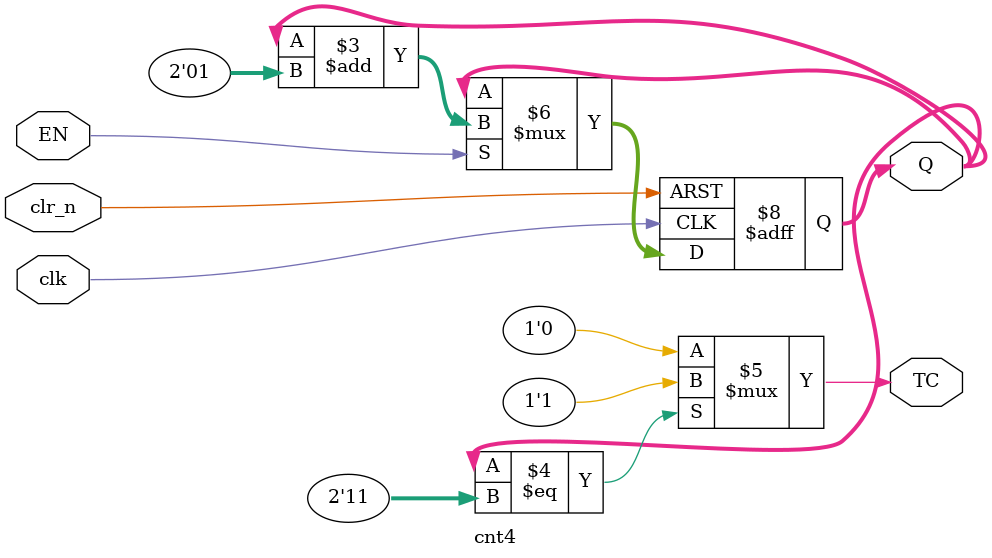
<source format=v>
module cnt4 (
				input clk, EN, clr_n,
				output reg [1:0] Q,
				output TC
				);

always @ (posedge clk or negedge clr_n)
begin
	if(~clr_n)
		Q <= 2'd0;
	else
		if(EN)
			Q <= Q + 2'd1;
		
end

assign TC = (Q == 2'd3) ? 1'b1 : 1'b0;
				
endmodule 
</source>
